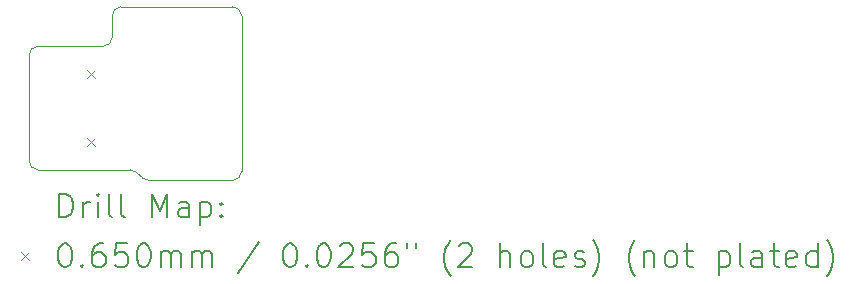
<source format=gbr>
%TF.GenerationSoftware,KiCad,Pcbnew,8.0.6-8.0.6-0~ubuntu24.04.1*%
%TF.CreationDate,2024-11-20T23:40:05+01:00*%
%TF.ProjectId,lumen_PD,6c756d65-6e5f-4504-942e-6b696361645f,rev?*%
%TF.SameCoordinates,Original*%
%TF.FileFunction,Drillmap*%
%TF.FilePolarity,Positive*%
%FSLAX45Y45*%
G04 Gerber Fmt 4.5, Leading zero omitted, Abs format (unit mm)*
G04 Created by KiCad (PCBNEW 8.0.6-8.0.6-0~ubuntu24.04.1) date 2024-11-20 23:40:05*
%MOMM*%
%LPD*%
G01*
G04 APERTURE LIST*
%ADD10C,0.050000*%
%ADD11C,0.200000*%
%ADD12C,0.100000*%
G04 APERTURE END LIST*
D10*
X10298418Y-7144760D02*
X11010000Y-7145000D01*
X11010000Y-5675000D02*
G75*
G02*
X11085000Y-5750000I0J-75000D01*
G01*
X11085000Y-7070000D02*
G75*
G02*
X11010000Y-7145000I-75000J0D01*
G01*
X9990000Y-5935000D02*
G75*
G02*
X9915000Y-6010000I-75000J0D01*
G01*
X10189792Y-7073728D02*
X10248724Y-7125911D01*
X10298418Y-7144760D02*
G75*
G02*
X10248722Y-7125912I22J75000D01*
G01*
X9915000Y-6010000D02*
X9360000Y-6010000D01*
X9285000Y-6085000D02*
G75*
G02*
X9360000Y-6010000I75000J0D01*
G01*
X11010000Y-5675000D02*
X10065000Y-5675000D01*
X10140061Y-7054879D02*
G75*
G02*
X10189791Y-7073729I10J-75001D01*
G01*
X11085000Y-7070000D02*
X11085000Y-5750000D01*
X9360000Y-7055000D02*
G75*
G02*
X9285000Y-6980000I0J75000D01*
G01*
X9990000Y-5750000D02*
X9990000Y-5935000D01*
X9360000Y-7055000D02*
X10140061Y-7054879D01*
X9285000Y-6085000D02*
X9285000Y-6980000D01*
X9990000Y-5750000D02*
G75*
G02*
X10065000Y-5675000I75000J0D01*
G01*
D11*
D12*
X9775500Y-6211750D02*
X9840500Y-6276750D01*
X9840500Y-6211750D02*
X9775500Y-6276750D01*
X9775500Y-6789750D02*
X9840500Y-6854750D01*
X9840500Y-6789750D02*
X9775500Y-6854750D01*
D11*
X9543277Y-7458984D02*
X9543277Y-7258984D01*
X9543277Y-7258984D02*
X9590896Y-7258984D01*
X9590896Y-7258984D02*
X9619467Y-7268508D01*
X9619467Y-7268508D02*
X9638515Y-7287555D01*
X9638515Y-7287555D02*
X9648039Y-7306603D01*
X9648039Y-7306603D02*
X9657563Y-7344698D01*
X9657563Y-7344698D02*
X9657563Y-7373269D01*
X9657563Y-7373269D02*
X9648039Y-7411365D01*
X9648039Y-7411365D02*
X9638515Y-7430412D01*
X9638515Y-7430412D02*
X9619467Y-7449460D01*
X9619467Y-7449460D02*
X9590896Y-7458984D01*
X9590896Y-7458984D02*
X9543277Y-7458984D01*
X9743277Y-7458984D02*
X9743277Y-7325650D01*
X9743277Y-7363746D02*
X9752801Y-7344698D01*
X9752801Y-7344698D02*
X9762324Y-7335174D01*
X9762324Y-7335174D02*
X9781372Y-7325650D01*
X9781372Y-7325650D02*
X9800420Y-7325650D01*
X9867086Y-7458984D02*
X9867086Y-7325650D01*
X9867086Y-7258984D02*
X9857563Y-7268508D01*
X9857563Y-7268508D02*
X9867086Y-7278031D01*
X9867086Y-7278031D02*
X9876610Y-7268508D01*
X9876610Y-7268508D02*
X9867086Y-7258984D01*
X9867086Y-7258984D02*
X9867086Y-7278031D01*
X9990896Y-7458984D02*
X9971848Y-7449460D01*
X9971848Y-7449460D02*
X9962324Y-7430412D01*
X9962324Y-7430412D02*
X9962324Y-7258984D01*
X10095658Y-7458984D02*
X10076610Y-7449460D01*
X10076610Y-7449460D02*
X10067086Y-7430412D01*
X10067086Y-7430412D02*
X10067086Y-7258984D01*
X10324229Y-7458984D02*
X10324229Y-7258984D01*
X10324229Y-7258984D02*
X10390896Y-7401841D01*
X10390896Y-7401841D02*
X10457563Y-7258984D01*
X10457563Y-7258984D02*
X10457563Y-7458984D01*
X10638515Y-7458984D02*
X10638515Y-7354222D01*
X10638515Y-7354222D02*
X10628991Y-7335174D01*
X10628991Y-7335174D02*
X10609944Y-7325650D01*
X10609944Y-7325650D02*
X10571848Y-7325650D01*
X10571848Y-7325650D02*
X10552801Y-7335174D01*
X10638515Y-7449460D02*
X10619467Y-7458984D01*
X10619467Y-7458984D02*
X10571848Y-7458984D01*
X10571848Y-7458984D02*
X10552801Y-7449460D01*
X10552801Y-7449460D02*
X10543277Y-7430412D01*
X10543277Y-7430412D02*
X10543277Y-7411365D01*
X10543277Y-7411365D02*
X10552801Y-7392317D01*
X10552801Y-7392317D02*
X10571848Y-7382793D01*
X10571848Y-7382793D02*
X10619467Y-7382793D01*
X10619467Y-7382793D02*
X10638515Y-7373269D01*
X10733753Y-7325650D02*
X10733753Y-7525650D01*
X10733753Y-7335174D02*
X10752801Y-7325650D01*
X10752801Y-7325650D02*
X10790896Y-7325650D01*
X10790896Y-7325650D02*
X10809944Y-7335174D01*
X10809944Y-7335174D02*
X10819467Y-7344698D01*
X10819467Y-7344698D02*
X10828991Y-7363746D01*
X10828991Y-7363746D02*
X10828991Y-7420888D01*
X10828991Y-7420888D02*
X10819467Y-7439936D01*
X10819467Y-7439936D02*
X10809944Y-7449460D01*
X10809944Y-7449460D02*
X10790896Y-7458984D01*
X10790896Y-7458984D02*
X10752801Y-7458984D01*
X10752801Y-7458984D02*
X10733753Y-7449460D01*
X10914705Y-7439936D02*
X10924229Y-7449460D01*
X10924229Y-7449460D02*
X10914705Y-7458984D01*
X10914705Y-7458984D02*
X10905182Y-7449460D01*
X10905182Y-7449460D02*
X10914705Y-7439936D01*
X10914705Y-7439936D02*
X10914705Y-7458984D01*
X10914705Y-7335174D02*
X10924229Y-7344698D01*
X10924229Y-7344698D02*
X10914705Y-7354222D01*
X10914705Y-7354222D02*
X10905182Y-7344698D01*
X10905182Y-7344698D02*
X10914705Y-7335174D01*
X10914705Y-7335174D02*
X10914705Y-7354222D01*
D12*
X9217500Y-7755000D02*
X9282500Y-7820000D01*
X9282500Y-7755000D02*
X9217500Y-7820000D01*
D11*
X9581372Y-7678984D02*
X9600420Y-7678984D01*
X9600420Y-7678984D02*
X9619467Y-7688508D01*
X9619467Y-7688508D02*
X9628991Y-7698031D01*
X9628991Y-7698031D02*
X9638515Y-7717079D01*
X9638515Y-7717079D02*
X9648039Y-7755174D01*
X9648039Y-7755174D02*
X9648039Y-7802793D01*
X9648039Y-7802793D02*
X9638515Y-7840888D01*
X9638515Y-7840888D02*
X9628991Y-7859936D01*
X9628991Y-7859936D02*
X9619467Y-7869460D01*
X9619467Y-7869460D02*
X9600420Y-7878984D01*
X9600420Y-7878984D02*
X9581372Y-7878984D01*
X9581372Y-7878984D02*
X9562324Y-7869460D01*
X9562324Y-7869460D02*
X9552801Y-7859936D01*
X9552801Y-7859936D02*
X9543277Y-7840888D01*
X9543277Y-7840888D02*
X9533753Y-7802793D01*
X9533753Y-7802793D02*
X9533753Y-7755174D01*
X9533753Y-7755174D02*
X9543277Y-7717079D01*
X9543277Y-7717079D02*
X9552801Y-7698031D01*
X9552801Y-7698031D02*
X9562324Y-7688508D01*
X9562324Y-7688508D02*
X9581372Y-7678984D01*
X9733753Y-7859936D02*
X9743277Y-7869460D01*
X9743277Y-7869460D02*
X9733753Y-7878984D01*
X9733753Y-7878984D02*
X9724229Y-7869460D01*
X9724229Y-7869460D02*
X9733753Y-7859936D01*
X9733753Y-7859936D02*
X9733753Y-7878984D01*
X9914705Y-7678984D02*
X9876610Y-7678984D01*
X9876610Y-7678984D02*
X9857563Y-7688508D01*
X9857563Y-7688508D02*
X9848039Y-7698031D01*
X9848039Y-7698031D02*
X9828991Y-7726603D01*
X9828991Y-7726603D02*
X9819467Y-7764698D01*
X9819467Y-7764698D02*
X9819467Y-7840888D01*
X9819467Y-7840888D02*
X9828991Y-7859936D01*
X9828991Y-7859936D02*
X9838515Y-7869460D01*
X9838515Y-7869460D02*
X9857563Y-7878984D01*
X9857563Y-7878984D02*
X9895658Y-7878984D01*
X9895658Y-7878984D02*
X9914705Y-7869460D01*
X9914705Y-7869460D02*
X9924229Y-7859936D01*
X9924229Y-7859936D02*
X9933753Y-7840888D01*
X9933753Y-7840888D02*
X9933753Y-7793269D01*
X9933753Y-7793269D02*
X9924229Y-7774222D01*
X9924229Y-7774222D02*
X9914705Y-7764698D01*
X9914705Y-7764698D02*
X9895658Y-7755174D01*
X9895658Y-7755174D02*
X9857563Y-7755174D01*
X9857563Y-7755174D02*
X9838515Y-7764698D01*
X9838515Y-7764698D02*
X9828991Y-7774222D01*
X9828991Y-7774222D02*
X9819467Y-7793269D01*
X10114705Y-7678984D02*
X10019467Y-7678984D01*
X10019467Y-7678984D02*
X10009944Y-7774222D01*
X10009944Y-7774222D02*
X10019467Y-7764698D01*
X10019467Y-7764698D02*
X10038515Y-7755174D01*
X10038515Y-7755174D02*
X10086134Y-7755174D01*
X10086134Y-7755174D02*
X10105182Y-7764698D01*
X10105182Y-7764698D02*
X10114705Y-7774222D01*
X10114705Y-7774222D02*
X10124229Y-7793269D01*
X10124229Y-7793269D02*
X10124229Y-7840888D01*
X10124229Y-7840888D02*
X10114705Y-7859936D01*
X10114705Y-7859936D02*
X10105182Y-7869460D01*
X10105182Y-7869460D02*
X10086134Y-7878984D01*
X10086134Y-7878984D02*
X10038515Y-7878984D01*
X10038515Y-7878984D02*
X10019467Y-7869460D01*
X10019467Y-7869460D02*
X10009944Y-7859936D01*
X10248039Y-7678984D02*
X10267086Y-7678984D01*
X10267086Y-7678984D02*
X10286134Y-7688508D01*
X10286134Y-7688508D02*
X10295658Y-7698031D01*
X10295658Y-7698031D02*
X10305182Y-7717079D01*
X10305182Y-7717079D02*
X10314705Y-7755174D01*
X10314705Y-7755174D02*
X10314705Y-7802793D01*
X10314705Y-7802793D02*
X10305182Y-7840888D01*
X10305182Y-7840888D02*
X10295658Y-7859936D01*
X10295658Y-7859936D02*
X10286134Y-7869460D01*
X10286134Y-7869460D02*
X10267086Y-7878984D01*
X10267086Y-7878984D02*
X10248039Y-7878984D01*
X10248039Y-7878984D02*
X10228991Y-7869460D01*
X10228991Y-7869460D02*
X10219467Y-7859936D01*
X10219467Y-7859936D02*
X10209944Y-7840888D01*
X10209944Y-7840888D02*
X10200420Y-7802793D01*
X10200420Y-7802793D02*
X10200420Y-7755174D01*
X10200420Y-7755174D02*
X10209944Y-7717079D01*
X10209944Y-7717079D02*
X10219467Y-7698031D01*
X10219467Y-7698031D02*
X10228991Y-7688508D01*
X10228991Y-7688508D02*
X10248039Y-7678984D01*
X10400420Y-7878984D02*
X10400420Y-7745650D01*
X10400420Y-7764698D02*
X10409944Y-7755174D01*
X10409944Y-7755174D02*
X10428991Y-7745650D01*
X10428991Y-7745650D02*
X10457563Y-7745650D01*
X10457563Y-7745650D02*
X10476610Y-7755174D01*
X10476610Y-7755174D02*
X10486134Y-7774222D01*
X10486134Y-7774222D02*
X10486134Y-7878984D01*
X10486134Y-7774222D02*
X10495658Y-7755174D01*
X10495658Y-7755174D02*
X10514705Y-7745650D01*
X10514705Y-7745650D02*
X10543277Y-7745650D01*
X10543277Y-7745650D02*
X10562325Y-7755174D01*
X10562325Y-7755174D02*
X10571848Y-7774222D01*
X10571848Y-7774222D02*
X10571848Y-7878984D01*
X10667086Y-7878984D02*
X10667086Y-7745650D01*
X10667086Y-7764698D02*
X10676610Y-7755174D01*
X10676610Y-7755174D02*
X10695658Y-7745650D01*
X10695658Y-7745650D02*
X10724229Y-7745650D01*
X10724229Y-7745650D02*
X10743277Y-7755174D01*
X10743277Y-7755174D02*
X10752801Y-7774222D01*
X10752801Y-7774222D02*
X10752801Y-7878984D01*
X10752801Y-7774222D02*
X10762325Y-7755174D01*
X10762325Y-7755174D02*
X10781372Y-7745650D01*
X10781372Y-7745650D02*
X10809944Y-7745650D01*
X10809944Y-7745650D02*
X10828991Y-7755174D01*
X10828991Y-7755174D02*
X10838515Y-7774222D01*
X10838515Y-7774222D02*
X10838515Y-7878984D01*
X11228991Y-7669460D02*
X11057563Y-7926603D01*
X11486134Y-7678984D02*
X11505182Y-7678984D01*
X11505182Y-7678984D02*
X11524229Y-7688508D01*
X11524229Y-7688508D02*
X11533753Y-7698031D01*
X11533753Y-7698031D02*
X11543277Y-7717079D01*
X11543277Y-7717079D02*
X11552801Y-7755174D01*
X11552801Y-7755174D02*
X11552801Y-7802793D01*
X11552801Y-7802793D02*
X11543277Y-7840888D01*
X11543277Y-7840888D02*
X11533753Y-7859936D01*
X11533753Y-7859936D02*
X11524229Y-7869460D01*
X11524229Y-7869460D02*
X11505182Y-7878984D01*
X11505182Y-7878984D02*
X11486134Y-7878984D01*
X11486134Y-7878984D02*
X11467086Y-7869460D01*
X11467086Y-7869460D02*
X11457563Y-7859936D01*
X11457563Y-7859936D02*
X11448039Y-7840888D01*
X11448039Y-7840888D02*
X11438515Y-7802793D01*
X11438515Y-7802793D02*
X11438515Y-7755174D01*
X11438515Y-7755174D02*
X11448039Y-7717079D01*
X11448039Y-7717079D02*
X11457563Y-7698031D01*
X11457563Y-7698031D02*
X11467086Y-7688508D01*
X11467086Y-7688508D02*
X11486134Y-7678984D01*
X11638515Y-7859936D02*
X11648039Y-7869460D01*
X11648039Y-7869460D02*
X11638515Y-7878984D01*
X11638515Y-7878984D02*
X11628991Y-7869460D01*
X11628991Y-7869460D02*
X11638515Y-7859936D01*
X11638515Y-7859936D02*
X11638515Y-7878984D01*
X11771848Y-7678984D02*
X11790896Y-7678984D01*
X11790896Y-7678984D02*
X11809944Y-7688508D01*
X11809944Y-7688508D02*
X11819467Y-7698031D01*
X11819467Y-7698031D02*
X11828991Y-7717079D01*
X11828991Y-7717079D02*
X11838515Y-7755174D01*
X11838515Y-7755174D02*
X11838515Y-7802793D01*
X11838515Y-7802793D02*
X11828991Y-7840888D01*
X11828991Y-7840888D02*
X11819467Y-7859936D01*
X11819467Y-7859936D02*
X11809944Y-7869460D01*
X11809944Y-7869460D02*
X11790896Y-7878984D01*
X11790896Y-7878984D02*
X11771848Y-7878984D01*
X11771848Y-7878984D02*
X11752801Y-7869460D01*
X11752801Y-7869460D02*
X11743277Y-7859936D01*
X11743277Y-7859936D02*
X11733753Y-7840888D01*
X11733753Y-7840888D02*
X11724229Y-7802793D01*
X11724229Y-7802793D02*
X11724229Y-7755174D01*
X11724229Y-7755174D02*
X11733753Y-7717079D01*
X11733753Y-7717079D02*
X11743277Y-7698031D01*
X11743277Y-7698031D02*
X11752801Y-7688508D01*
X11752801Y-7688508D02*
X11771848Y-7678984D01*
X11914706Y-7698031D02*
X11924229Y-7688508D01*
X11924229Y-7688508D02*
X11943277Y-7678984D01*
X11943277Y-7678984D02*
X11990896Y-7678984D01*
X11990896Y-7678984D02*
X12009944Y-7688508D01*
X12009944Y-7688508D02*
X12019467Y-7698031D01*
X12019467Y-7698031D02*
X12028991Y-7717079D01*
X12028991Y-7717079D02*
X12028991Y-7736127D01*
X12028991Y-7736127D02*
X12019467Y-7764698D01*
X12019467Y-7764698D02*
X11905182Y-7878984D01*
X11905182Y-7878984D02*
X12028991Y-7878984D01*
X12209944Y-7678984D02*
X12114706Y-7678984D01*
X12114706Y-7678984D02*
X12105182Y-7774222D01*
X12105182Y-7774222D02*
X12114706Y-7764698D01*
X12114706Y-7764698D02*
X12133753Y-7755174D01*
X12133753Y-7755174D02*
X12181372Y-7755174D01*
X12181372Y-7755174D02*
X12200420Y-7764698D01*
X12200420Y-7764698D02*
X12209944Y-7774222D01*
X12209944Y-7774222D02*
X12219467Y-7793269D01*
X12219467Y-7793269D02*
X12219467Y-7840888D01*
X12219467Y-7840888D02*
X12209944Y-7859936D01*
X12209944Y-7859936D02*
X12200420Y-7869460D01*
X12200420Y-7869460D02*
X12181372Y-7878984D01*
X12181372Y-7878984D02*
X12133753Y-7878984D01*
X12133753Y-7878984D02*
X12114706Y-7869460D01*
X12114706Y-7869460D02*
X12105182Y-7859936D01*
X12390896Y-7678984D02*
X12352801Y-7678984D01*
X12352801Y-7678984D02*
X12333753Y-7688508D01*
X12333753Y-7688508D02*
X12324229Y-7698031D01*
X12324229Y-7698031D02*
X12305182Y-7726603D01*
X12305182Y-7726603D02*
X12295658Y-7764698D01*
X12295658Y-7764698D02*
X12295658Y-7840888D01*
X12295658Y-7840888D02*
X12305182Y-7859936D01*
X12305182Y-7859936D02*
X12314706Y-7869460D01*
X12314706Y-7869460D02*
X12333753Y-7878984D01*
X12333753Y-7878984D02*
X12371848Y-7878984D01*
X12371848Y-7878984D02*
X12390896Y-7869460D01*
X12390896Y-7869460D02*
X12400420Y-7859936D01*
X12400420Y-7859936D02*
X12409944Y-7840888D01*
X12409944Y-7840888D02*
X12409944Y-7793269D01*
X12409944Y-7793269D02*
X12400420Y-7774222D01*
X12400420Y-7774222D02*
X12390896Y-7764698D01*
X12390896Y-7764698D02*
X12371848Y-7755174D01*
X12371848Y-7755174D02*
X12333753Y-7755174D01*
X12333753Y-7755174D02*
X12314706Y-7764698D01*
X12314706Y-7764698D02*
X12305182Y-7774222D01*
X12305182Y-7774222D02*
X12295658Y-7793269D01*
X12486134Y-7678984D02*
X12486134Y-7717079D01*
X12562325Y-7678984D02*
X12562325Y-7717079D01*
X12857563Y-7955174D02*
X12848039Y-7945650D01*
X12848039Y-7945650D02*
X12828991Y-7917079D01*
X12828991Y-7917079D02*
X12819468Y-7898031D01*
X12819468Y-7898031D02*
X12809944Y-7869460D01*
X12809944Y-7869460D02*
X12800420Y-7821841D01*
X12800420Y-7821841D02*
X12800420Y-7783746D01*
X12800420Y-7783746D02*
X12809944Y-7736127D01*
X12809944Y-7736127D02*
X12819468Y-7707555D01*
X12819468Y-7707555D02*
X12828991Y-7688508D01*
X12828991Y-7688508D02*
X12848039Y-7659936D01*
X12848039Y-7659936D02*
X12857563Y-7650412D01*
X12924229Y-7698031D02*
X12933753Y-7688508D01*
X12933753Y-7688508D02*
X12952801Y-7678984D01*
X12952801Y-7678984D02*
X13000420Y-7678984D01*
X13000420Y-7678984D02*
X13019468Y-7688508D01*
X13019468Y-7688508D02*
X13028991Y-7698031D01*
X13028991Y-7698031D02*
X13038515Y-7717079D01*
X13038515Y-7717079D02*
X13038515Y-7736127D01*
X13038515Y-7736127D02*
X13028991Y-7764698D01*
X13028991Y-7764698D02*
X12914706Y-7878984D01*
X12914706Y-7878984D02*
X13038515Y-7878984D01*
X13276610Y-7878984D02*
X13276610Y-7678984D01*
X13362325Y-7878984D02*
X13362325Y-7774222D01*
X13362325Y-7774222D02*
X13352801Y-7755174D01*
X13352801Y-7755174D02*
X13333753Y-7745650D01*
X13333753Y-7745650D02*
X13305182Y-7745650D01*
X13305182Y-7745650D02*
X13286134Y-7755174D01*
X13286134Y-7755174D02*
X13276610Y-7764698D01*
X13486134Y-7878984D02*
X13467087Y-7869460D01*
X13467087Y-7869460D02*
X13457563Y-7859936D01*
X13457563Y-7859936D02*
X13448039Y-7840888D01*
X13448039Y-7840888D02*
X13448039Y-7783746D01*
X13448039Y-7783746D02*
X13457563Y-7764698D01*
X13457563Y-7764698D02*
X13467087Y-7755174D01*
X13467087Y-7755174D02*
X13486134Y-7745650D01*
X13486134Y-7745650D02*
X13514706Y-7745650D01*
X13514706Y-7745650D02*
X13533753Y-7755174D01*
X13533753Y-7755174D02*
X13543277Y-7764698D01*
X13543277Y-7764698D02*
X13552801Y-7783746D01*
X13552801Y-7783746D02*
X13552801Y-7840888D01*
X13552801Y-7840888D02*
X13543277Y-7859936D01*
X13543277Y-7859936D02*
X13533753Y-7869460D01*
X13533753Y-7869460D02*
X13514706Y-7878984D01*
X13514706Y-7878984D02*
X13486134Y-7878984D01*
X13667087Y-7878984D02*
X13648039Y-7869460D01*
X13648039Y-7869460D02*
X13638515Y-7850412D01*
X13638515Y-7850412D02*
X13638515Y-7678984D01*
X13819468Y-7869460D02*
X13800420Y-7878984D01*
X13800420Y-7878984D02*
X13762325Y-7878984D01*
X13762325Y-7878984D02*
X13743277Y-7869460D01*
X13743277Y-7869460D02*
X13733753Y-7850412D01*
X13733753Y-7850412D02*
X13733753Y-7774222D01*
X13733753Y-7774222D02*
X13743277Y-7755174D01*
X13743277Y-7755174D02*
X13762325Y-7745650D01*
X13762325Y-7745650D02*
X13800420Y-7745650D01*
X13800420Y-7745650D02*
X13819468Y-7755174D01*
X13819468Y-7755174D02*
X13828991Y-7774222D01*
X13828991Y-7774222D02*
X13828991Y-7793269D01*
X13828991Y-7793269D02*
X13733753Y-7812317D01*
X13905182Y-7869460D02*
X13924230Y-7878984D01*
X13924230Y-7878984D02*
X13962325Y-7878984D01*
X13962325Y-7878984D02*
X13981372Y-7869460D01*
X13981372Y-7869460D02*
X13990896Y-7850412D01*
X13990896Y-7850412D02*
X13990896Y-7840888D01*
X13990896Y-7840888D02*
X13981372Y-7821841D01*
X13981372Y-7821841D02*
X13962325Y-7812317D01*
X13962325Y-7812317D02*
X13933753Y-7812317D01*
X13933753Y-7812317D02*
X13914706Y-7802793D01*
X13914706Y-7802793D02*
X13905182Y-7783746D01*
X13905182Y-7783746D02*
X13905182Y-7774222D01*
X13905182Y-7774222D02*
X13914706Y-7755174D01*
X13914706Y-7755174D02*
X13933753Y-7745650D01*
X13933753Y-7745650D02*
X13962325Y-7745650D01*
X13962325Y-7745650D02*
X13981372Y-7755174D01*
X14057563Y-7955174D02*
X14067087Y-7945650D01*
X14067087Y-7945650D02*
X14086134Y-7917079D01*
X14086134Y-7917079D02*
X14095658Y-7898031D01*
X14095658Y-7898031D02*
X14105182Y-7869460D01*
X14105182Y-7869460D02*
X14114706Y-7821841D01*
X14114706Y-7821841D02*
X14114706Y-7783746D01*
X14114706Y-7783746D02*
X14105182Y-7736127D01*
X14105182Y-7736127D02*
X14095658Y-7707555D01*
X14095658Y-7707555D02*
X14086134Y-7688508D01*
X14086134Y-7688508D02*
X14067087Y-7659936D01*
X14067087Y-7659936D02*
X14057563Y-7650412D01*
X14419468Y-7955174D02*
X14409944Y-7945650D01*
X14409944Y-7945650D02*
X14390896Y-7917079D01*
X14390896Y-7917079D02*
X14381372Y-7898031D01*
X14381372Y-7898031D02*
X14371849Y-7869460D01*
X14371849Y-7869460D02*
X14362325Y-7821841D01*
X14362325Y-7821841D02*
X14362325Y-7783746D01*
X14362325Y-7783746D02*
X14371849Y-7736127D01*
X14371849Y-7736127D02*
X14381372Y-7707555D01*
X14381372Y-7707555D02*
X14390896Y-7688508D01*
X14390896Y-7688508D02*
X14409944Y-7659936D01*
X14409944Y-7659936D02*
X14419468Y-7650412D01*
X14495658Y-7745650D02*
X14495658Y-7878984D01*
X14495658Y-7764698D02*
X14505182Y-7755174D01*
X14505182Y-7755174D02*
X14524230Y-7745650D01*
X14524230Y-7745650D02*
X14552801Y-7745650D01*
X14552801Y-7745650D02*
X14571849Y-7755174D01*
X14571849Y-7755174D02*
X14581372Y-7774222D01*
X14581372Y-7774222D02*
X14581372Y-7878984D01*
X14705182Y-7878984D02*
X14686134Y-7869460D01*
X14686134Y-7869460D02*
X14676611Y-7859936D01*
X14676611Y-7859936D02*
X14667087Y-7840888D01*
X14667087Y-7840888D02*
X14667087Y-7783746D01*
X14667087Y-7783746D02*
X14676611Y-7764698D01*
X14676611Y-7764698D02*
X14686134Y-7755174D01*
X14686134Y-7755174D02*
X14705182Y-7745650D01*
X14705182Y-7745650D02*
X14733753Y-7745650D01*
X14733753Y-7745650D02*
X14752801Y-7755174D01*
X14752801Y-7755174D02*
X14762325Y-7764698D01*
X14762325Y-7764698D02*
X14771849Y-7783746D01*
X14771849Y-7783746D02*
X14771849Y-7840888D01*
X14771849Y-7840888D02*
X14762325Y-7859936D01*
X14762325Y-7859936D02*
X14752801Y-7869460D01*
X14752801Y-7869460D02*
X14733753Y-7878984D01*
X14733753Y-7878984D02*
X14705182Y-7878984D01*
X14828992Y-7745650D02*
X14905182Y-7745650D01*
X14857563Y-7678984D02*
X14857563Y-7850412D01*
X14857563Y-7850412D02*
X14867087Y-7869460D01*
X14867087Y-7869460D02*
X14886134Y-7878984D01*
X14886134Y-7878984D02*
X14905182Y-7878984D01*
X15124230Y-7745650D02*
X15124230Y-7945650D01*
X15124230Y-7755174D02*
X15143277Y-7745650D01*
X15143277Y-7745650D02*
X15181373Y-7745650D01*
X15181373Y-7745650D02*
X15200420Y-7755174D01*
X15200420Y-7755174D02*
X15209944Y-7764698D01*
X15209944Y-7764698D02*
X15219468Y-7783746D01*
X15219468Y-7783746D02*
X15219468Y-7840888D01*
X15219468Y-7840888D02*
X15209944Y-7859936D01*
X15209944Y-7859936D02*
X15200420Y-7869460D01*
X15200420Y-7869460D02*
X15181373Y-7878984D01*
X15181373Y-7878984D02*
X15143277Y-7878984D01*
X15143277Y-7878984D02*
X15124230Y-7869460D01*
X15333753Y-7878984D02*
X15314706Y-7869460D01*
X15314706Y-7869460D02*
X15305182Y-7850412D01*
X15305182Y-7850412D02*
X15305182Y-7678984D01*
X15495658Y-7878984D02*
X15495658Y-7774222D01*
X15495658Y-7774222D02*
X15486134Y-7755174D01*
X15486134Y-7755174D02*
X15467087Y-7745650D01*
X15467087Y-7745650D02*
X15428992Y-7745650D01*
X15428992Y-7745650D02*
X15409944Y-7755174D01*
X15495658Y-7869460D02*
X15476611Y-7878984D01*
X15476611Y-7878984D02*
X15428992Y-7878984D01*
X15428992Y-7878984D02*
X15409944Y-7869460D01*
X15409944Y-7869460D02*
X15400420Y-7850412D01*
X15400420Y-7850412D02*
X15400420Y-7831365D01*
X15400420Y-7831365D02*
X15409944Y-7812317D01*
X15409944Y-7812317D02*
X15428992Y-7802793D01*
X15428992Y-7802793D02*
X15476611Y-7802793D01*
X15476611Y-7802793D02*
X15495658Y-7793269D01*
X15562325Y-7745650D02*
X15638515Y-7745650D01*
X15590896Y-7678984D02*
X15590896Y-7850412D01*
X15590896Y-7850412D02*
X15600420Y-7869460D01*
X15600420Y-7869460D02*
X15619468Y-7878984D01*
X15619468Y-7878984D02*
X15638515Y-7878984D01*
X15781373Y-7869460D02*
X15762325Y-7878984D01*
X15762325Y-7878984D02*
X15724230Y-7878984D01*
X15724230Y-7878984D02*
X15705182Y-7869460D01*
X15705182Y-7869460D02*
X15695658Y-7850412D01*
X15695658Y-7850412D02*
X15695658Y-7774222D01*
X15695658Y-7774222D02*
X15705182Y-7755174D01*
X15705182Y-7755174D02*
X15724230Y-7745650D01*
X15724230Y-7745650D02*
X15762325Y-7745650D01*
X15762325Y-7745650D02*
X15781373Y-7755174D01*
X15781373Y-7755174D02*
X15790896Y-7774222D01*
X15790896Y-7774222D02*
X15790896Y-7793269D01*
X15790896Y-7793269D02*
X15695658Y-7812317D01*
X15962325Y-7878984D02*
X15962325Y-7678984D01*
X15962325Y-7869460D02*
X15943277Y-7878984D01*
X15943277Y-7878984D02*
X15905182Y-7878984D01*
X15905182Y-7878984D02*
X15886134Y-7869460D01*
X15886134Y-7869460D02*
X15876611Y-7859936D01*
X15876611Y-7859936D02*
X15867087Y-7840888D01*
X15867087Y-7840888D02*
X15867087Y-7783746D01*
X15867087Y-7783746D02*
X15876611Y-7764698D01*
X15876611Y-7764698D02*
X15886134Y-7755174D01*
X15886134Y-7755174D02*
X15905182Y-7745650D01*
X15905182Y-7745650D02*
X15943277Y-7745650D01*
X15943277Y-7745650D02*
X15962325Y-7755174D01*
X16038515Y-7955174D02*
X16048039Y-7945650D01*
X16048039Y-7945650D02*
X16067087Y-7917079D01*
X16067087Y-7917079D02*
X16076611Y-7898031D01*
X16076611Y-7898031D02*
X16086134Y-7869460D01*
X16086134Y-7869460D02*
X16095658Y-7821841D01*
X16095658Y-7821841D02*
X16095658Y-7783746D01*
X16095658Y-7783746D02*
X16086134Y-7736127D01*
X16086134Y-7736127D02*
X16076611Y-7707555D01*
X16076611Y-7707555D02*
X16067087Y-7688508D01*
X16067087Y-7688508D02*
X16048039Y-7659936D01*
X16048039Y-7659936D02*
X16038515Y-7650412D01*
M02*

</source>
